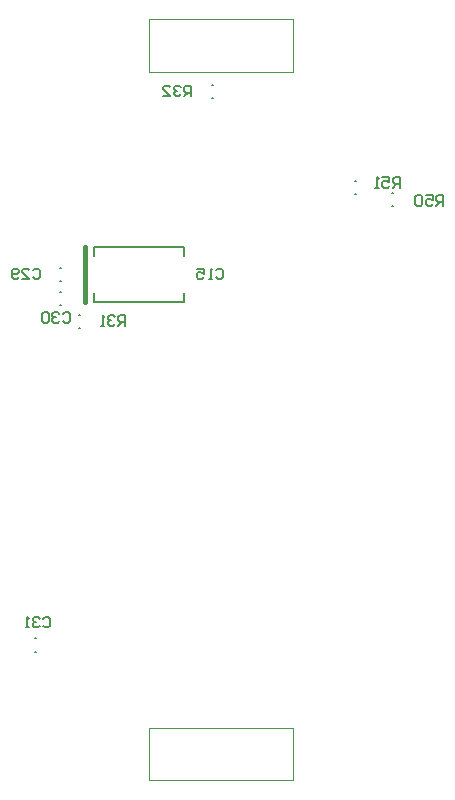
<source format=gbr>
%TF.GenerationSoftware,Altium Limited,Altium Designer,18.1.6 (161)*%
G04 Layer_Color=32896*
%FSLAX25Y25*%
%MOIN*%
%TF.FileFunction,Legend,Bot*%
%TF.Part,Single*%
G01*
G75*
%TA.AperFunction,NonConductor*%
%ADD39C,0.00300*%
%ADD40C,0.01575*%
%ADD41C,0.00787*%
%ADD42C,0.00700*%
D39*
X290961Y429071D02*
X338961D01*
X290961D02*
Y446571D01*
X338961D01*
Y429071D02*
Y446571D01*
Y192850D02*
Y210350D01*
X290961D02*
X338961D01*
X290961Y192850D02*
Y210350D01*
Y192850D02*
X338961D01*
D40*
X269627Y352445D02*
Y370555D01*
D41*
X272481Y352445D02*
X302403D01*
X272481Y370555D02*
X302403D01*
X272481Y352445D02*
Y355299D01*
X302403Y352445D02*
Y355299D01*
X272481Y367701D02*
Y370555D01*
X302403Y367701D02*
Y370555D01*
X252803Y235736D02*
X253197D01*
X252803Y240264D02*
X253197D01*
X267539Y343835D02*
X267933D01*
X267539Y348165D02*
X267933D01*
X311803Y424665D02*
X312197D01*
X311803Y420335D02*
X312197D01*
X371803Y388547D02*
X372197D01*
X371803Y384216D02*
X372197D01*
X359603Y392653D02*
X359996D01*
X359603Y388323D02*
X359996D01*
X261303Y359236D02*
X261697D01*
X261303Y363764D02*
X261697D01*
X261303Y351236D02*
X261697D01*
X261303Y355764D02*
X261697D01*
D42*
X313167Y362916D02*
X313751Y363499D01*
X314917D01*
X315500Y362916D01*
Y360583D01*
X314917Y360000D01*
X313751D01*
X313167Y360583D01*
X312001Y360000D02*
X310835D01*
X311418D01*
Y363499D01*
X312001Y362916D01*
X306753Y363499D02*
X309085D01*
Y361749D01*
X307919Y362333D01*
X307336D01*
X306753Y361749D01*
Y360583D01*
X307336Y360000D01*
X308502D01*
X309085Y360583D01*
X255567Y246816D02*
X256151Y247399D01*
X257317D01*
X257900Y246816D01*
Y244483D01*
X257317Y243900D01*
X256151D01*
X255567Y244483D01*
X254401Y246816D02*
X253818Y247399D01*
X252652D01*
X252069Y246816D01*
Y246233D01*
X252652Y245649D01*
X253235D01*
X252652D01*
X252069Y245066D01*
Y244483D01*
X252652Y243900D01*
X253818D01*
X254401Y244483D01*
X250902Y243900D02*
X249736D01*
X250319D01*
Y247399D01*
X250902Y246816D01*
X283000Y344500D02*
Y347999D01*
X281251D01*
X280667Y347416D01*
Y346249D01*
X281251Y345666D01*
X283000D01*
X281834D02*
X280667Y344500D01*
X279501Y347416D02*
X278918Y347999D01*
X277752D01*
X277169Y347416D01*
Y346833D01*
X277752Y346249D01*
X278335D01*
X277752D01*
X277169Y345666D01*
Y345083D01*
X277752Y344500D01*
X278918D01*
X279501Y345083D01*
X276002Y344500D02*
X274836D01*
X275419D01*
Y347999D01*
X276002Y347416D01*
X374511Y390500D02*
Y393999D01*
X372762D01*
X372179Y393416D01*
Y392249D01*
X372762Y391666D01*
X374511D01*
X373345D02*
X372179Y390500D01*
X368680Y393999D02*
X371012D01*
Y392249D01*
X369846Y392833D01*
X369263D01*
X368680Y392249D01*
Y391083D01*
X369263Y390500D01*
X370429D01*
X371012Y391083D01*
X367514Y390500D02*
X366347D01*
X366931D01*
Y393999D01*
X367514Y393416D01*
X389000Y384500D02*
Y387999D01*
X387251D01*
X386667Y387416D01*
Y386249D01*
X387251Y385666D01*
X389000D01*
X387834D02*
X386667Y384500D01*
X383169Y387999D02*
X385501D01*
Y386249D01*
X384335Y386833D01*
X383752D01*
X383169Y386249D01*
Y385083D01*
X383752Y384500D01*
X384918D01*
X385501Y385083D01*
X382002Y387416D02*
X381419Y387999D01*
X380253D01*
X379670Y387416D01*
Y385083D01*
X380253Y384500D01*
X381419D01*
X382002Y385083D01*
Y387416D01*
X262167Y348416D02*
X262751Y348999D01*
X263917D01*
X264500Y348416D01*
Y346083D01*
X263917Y345500D01*
X262751D01*
X262167Y346083D01*
X261001Y348416D02*
X260418Y348999D01*
X259252D01*
X258669Y348416D01*
Y347833D01*
X259252Y347249D01*
X259835D01*
X259252D01*
X258669Y346666D01*
Y346083D01*
X259252Y345500D01*
X260418D01*
X261001Y346083D01*
X257502Y348416D02*
X256919Y348999D01*
X255753D01*
X255170Y348416D01*
Y346083D01*
X255753Y345500D01*
X256919D01*
X257502Y346083D01*
Y348416D01*
X252167Y362916D02*
X252751Y363499D01*
X253917D01*
X254500Y362916D01*
Y360583D01*
X253917Y360000D01*
X252751D01*
X252167Y360583D01*
X248669Y360000D02*
X251001D01*
X248669Y362333D01*
Y362916D01*
X249252Y363499D01*
X250418D01*
X251001Y362916D01*
X247502Y360583D02*
X246919Y360000D01*
X245753D01*
X245170Y360583D01*
Y362916D01*
X245753Y363499D01*
X246919D01*
X247502Y362916D01*
Y362333D01*
X246919Y361749D01*
X245170D01*
X305000Y421000D02*
Y424499D01*
X303251D01*
X302667Y423916D01*
Y422749D01*
X303251Y422166D01*
X305000D01*
X303834D02*
X302667Y421000D01*
X301501Y423916D02*
X300918Y424499D01*
X299752D01*
X299169Y423916D01*
Y423333D01*
X299752Y422749D01*
X300335D01*
X299752D01*
X299169Y422166D01*
Y421583D01*
X299752Y421000D01*
X300918D01*
X301501Y421583D01*
X295670Y421000D02*
X298002D01*
X295670Y423333D01*
Y423916D01*
X296253Y424499D01*
X297419D01*
X298002Y423916D01*
%TF.MD5,ea380fa4358f667696095cc6c203efc1*%
M02*

</source>
